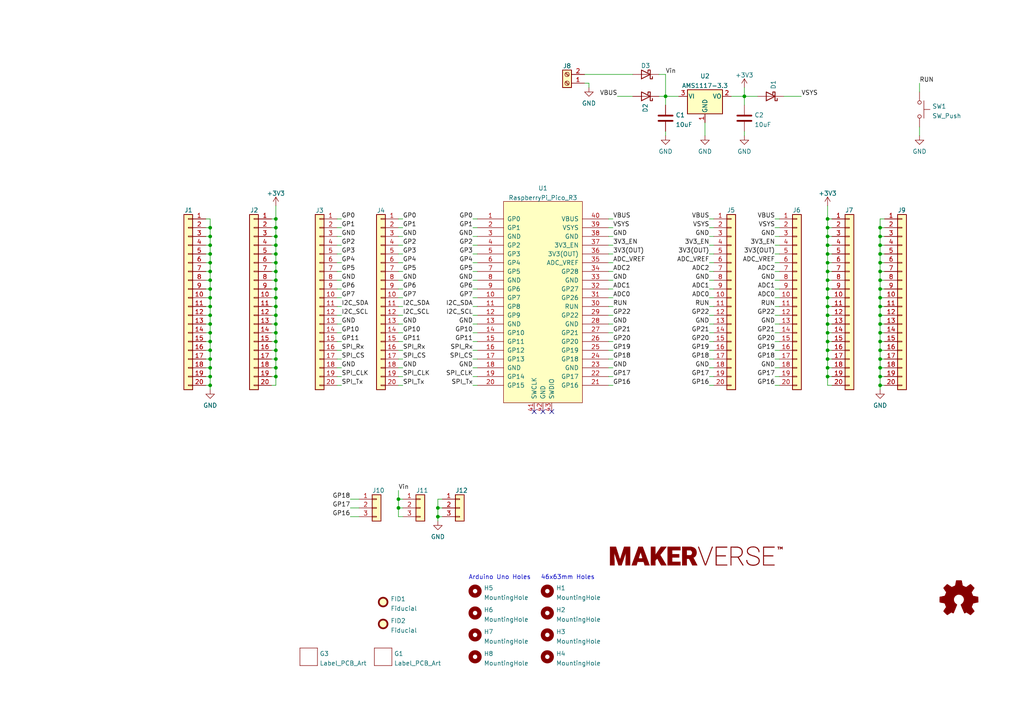
<source format=kicad_sch>
(kicad_sch (version 20211123) (generator eeschema)
  (paper "A4")
  (title_block (title "Makerverse Breakout Board for Raspberry Pi Pico") (date "2022-10-06") (rev "10") (company "Core Electronics") (comment 3 "Designed at Core Electronics by Brenton Schulz") (comment 4 "License: CCASAv4.0 http://creativecommons.org/licenses/by-sa/4.0"))
  (lib_symbols
    (symbol "Connector:Screw_Terminal_01x02" (pin_names (offset 1.016) hide)
      (property "Reference" "J2" (at 2.032 -0.3615 0))
      (property "Value" "Screw_Terminal_01x02" (at 2.032 -3.1366 0))
      (symbol "Screw_Terminal_01x02_1_1"
        (pin power_out line (at -5.08 0 0) (length 3.81) (name "Pin_1") (number "1"))
        (pin passive line (at -5.08 -2.54 0) (length 3.81) (name "Pin_2") (number "2"))
      )
    )
    (symbol "Connector_Generic:Conn_01x03" (pin_names (offset 1.016) hide)
      (property "Reference" "J" (at 0 5.08 0))
      (property "Value" "Conn_01x03" (at 0 -5.08 0))
      (symbol "Conn_01x03_1_1"
        (pin passive line (at -5.08 2.54 0) (length 3.81) (name "Pin_1") (number "1"))
        (pin passive line (at -5.08 0 0) (length 3.81) (name "Pin_2") (number "2"))
        (pin passive line (at -5.08 -2.54 0) (length 3.81) (name "Pin_3") (number "3"))
      )
    )
    (symbol "Connector_Generic:Conn_01x20" (pin_names (offset 1.016) hide)
      (property "Reference" "J" (at 0 25.4 0))
      (property "Value" "Conn_01x20" (at 0 -27.94 0))
      (symbol "Conn_01x20_1_1"
        (pin passive line (at -5.08 22.86 0) (length 3.81) (name "Pin_1") (number "1"))
        (pin passive line (at -5.08 0 0) (length 3.81) (name "Pin_10") (number "10"))
        (pin passive line (at -5.08 -2.54 0) (length 3.81) (name "Pin_11") (number "11"))
        (pin passive line (at -5.08 -5.08 0) (length 3.81) (name "Pin_12") (number "12"))
        (pin passive line (at -5.08 -7.62 0) (length 3.81) (name "Pin_13") (number "13"))
        (pin passive line (at -5.08 -10.16 0) (length 3.81) (name "Pin_14") (number "14"))
        (pin passive line (at -5.08 -12.7 0) (length 3.81) (name "Pin_15") (number "15"))
        (pin passive line (at -5.08 -15.24 0) (length 3.81) (name "Pin_16") (number "16"))
        (pin passive line (at -5.08 -17.78 0) (length 3.81) (name "Pin_17") (number "17"))
        (pin passive line (at -5.08 -20.32 0) (length 3.81) (name "Pin_18") (number "18"))
        (pin passive line (at -5.08 -22.86 0) (length 3.81) (name "Pin_19") (number "19"))
        (pin passive line (at -5.08 20.32 0) (length 3.81) (name "Pin_2") (number "2"))
        (pin passive line (at -5.08 -25.4 0) (length 3.81) (name "Pin_20") (number "20"))
        (pin passive line (at -5.08 17.78 0) (length 3.81) (name "Pin_3") (number "3"))
        (pin passive line (at -5.08 15.24 0) (length 3.81) (name "Pin_4") (number "4"))
        (pin passive line (at -5.08 12.7 0) (length 3.81) (name "Pin_5") (number "5"))
        (pin passive line (at -5.08 10.16 0) (length 3.81) (name "Pin_6") (number "6"))
        (pin passive line (at -5.08 7.62 0) (length 3.81) (name "Pin_7") (number "7"))
        (pin passive line (at -5.08 5.08 0) (length 3.81) (name "Pin_8") (number "8"))
        (pin passive line (at -5.08 2.54 0) (length 3.81) (name "Pin_9") (number "9"))
      )
    )
    (symbol "CoreElectronics_Artwork:LOGO_Makerverse" (pin_names (offset 1.016)))
    (symbol "CoreElectronics_Artwork:Label_PCB_Art" (pin_names (offset 1.016))
      (property "Reference" "G" (at 0 0 0))
      (property "Value" "Label_PCB_Art" (at 0 0 0))
    )
    (symbol "CoreElectronics_Components:RaspberryPi_Pico_R3" (pin_names (offset 1.016))
      (property "Reference" "U" (at -8.89 30.48 0))
      (property "Value" "RaspberryPi_Pico_R3" (at 0 -30.48 0))
      (symbol "RaspberryPi_Pico_R3_1_1"
        (pin bidirectional line (at -19.05 24.13 0) (length 7.62) (name "GP0") (number "1"))
        (pin bidirectional line (at -19.05 1.27 0) (length 7.62) (name "GP7") (number "10"))
        (pin bidirectional line (at -19.05 -1.27 0) (length 7.62) (name "GP8") (number "11"))
        (pin bidirectional line (at -19.05 -3.81 0) (length 7.62) (name "GP9") (number "12"))
        (pin power_in line (at -19.05 -6.35 0) (length 7.62) (name "GND") (number "13"))
        (pin bidirectional line (at -19.05 -8.89 0) (length 7.62) (name "GP10") (number "14"))
        (pin bidirectional line (at -19.05 -11.43 0) (length 7.62) (name "GP11") (number "15"))
        (pin bidirectional line (at -19.05 -13.97 0) (length 7.62) (name "GP12") (number "16"))
        (pin bidirectional line (at -19.05 -16.51 0) (length 7.62) (name "GP13") (number "17"))
        (pin power_in line (at -19.05 -19.05 0) (length 7.62) (name "GND") (number "18"))
        (pin bidirectional line (at -19.05 -21.59 0) (length 7.62) (name "GP14") (number "19"))
        (pin bidirectional line (at -19.05 21.59 0) (length 7.62) (name "GP1") (number "2"))
        (pin bidirectional line (at -19.05 -24.13 0) (length 7.62) (name "GP15") (number "20"))
        (pin bidirectional line (at 19.05 -24.13 180) (length 7.62) (name "GP16") (number "21"))
        (pin bidirectional line (at 19.05 -21.59 180) (length 7.62) (name "GP17") (number "22"))
        (pin power_in line (at 19.05 -19.05 180) (length 7.62) (name "GND") (number "23"))
        (pin bidirectional line (at 19.05 -16.51 180) (length 7.62) (name "GP18") (number "24"))
        (pin bidirectional line (at 19.05 -13.97 180) (length 7.62) (name "GP19") (number "25"))
        (pin bidirectional line (at 19.05 -11.43 180) (length 7.62) (name "GP20") (number "26"))
        (pin bidirectional line (at 19.05 -8.89 180) (length 7.62) (name "GP21") (number "27"))
        (pin bidirectional line (at 19.05 -6.35 180) (length 7.62) (name "GND") (number "28"))
        (pin bidirectional line (at 19.05 -3.81 180) (length 7.62) (name "GP22") (number "29"))
        (pin power_in line (at -19.05 19.05 0) (length 7.62) (name "GND") (number "3"))
        (pin input line (at 19.05 -1.27 180) (length 7.62) (name "RUN") (number "30"))
        (pin bidirectional line (at 19.05 1.27 180) (length 7.62) (name "GP26") (number "31"))
        (pin bidirectional line (at 19.05 3.81 180) (length 7.62) (name "GP27") (number "32"))
        (pin power_in line (at 19.05 6.35 180) (length 7.62) (name "GND") (number "33"))
        (pin bidirectional line (at 19.05 8.89 180) (length 7.62) (name "GP28") (number "34"))
        (pin input line (at 19.05 11.43 180) (length 7.62) (name "ADC_VREF") (number "35"))
        (pin power_out line (at 19.05 13.97 180) (length 7.62) (name "3V3(OUT)") (number "36"))
        (pin input line (at 19.05 16.51 180) (length 7.62) (name "3V3_EN") (number "37"))
        (pin power_in line (at 19.05 19.05 180) (length 7.62) (name "GND") (number "38"))
        (pin power_in line (at 19.05 21.59 180) (length 7.62) (name "VSYS") (number "39"))
        (pin bidirectional line (at -19.05 16.51 0) (length 7.62) (name "GP2") (number "4"))
        (pin power_out line (at 19.05 24.13 180) (length 7.62) (name "VBUS") (number "40"))
        (pin input line (at -2.54 -31.75 90) (length 2.54) (name "SWCLK") (number "41"))
        (pin power_in line (at 0 -31.75 90) (length 2.54) (name "GND") (number "42"))
        (pin bidirectional line (at 2.54 -31.75 90) (length 2.54) (name "SWDIO") (number "43"))
        (pin bidirectional line (at -19.05 13.97 0) (length 7.62) (name "GP3") (number "5"))
        (pin bidirectional line (at -19.05 11.43 0) (length 7.62) (name "GP4") (number "6"))
        (pin bidirectional line (at -19.05 8.89 0) (length 7.62) (name "GP5") (number "7"))
        (pin power_in line (at -19.05 6.35 0) (length 7.62) (name "GND") (number "8"))
        (pin bidirectional line (at -19.05 3.81 0) (length 7.62) (name "GP6") (number "9"))
      )
    )
    (symbol "Device:C" (pin_numbers hide) (pin_names (offset 0.254))
      (property "Reference" "C" (at 0.635 2.54 0))
      (property "Value" "C" (at 0.635 -2.54 0))
      (symbol "C_1_1"
        (pin passive line (at 0 3.81 270) (length 2.794) (name "~") (number "1"))
        (pin passive line (at 0 -3.81 90) (length 2.794) (name "~") (number "2"))
      )
    )
    (symbol "Device:D_Schottky" (pin_numbers hide) (pin_names (offset 1.016) hide)
      (property "Reference" "D" (at 0 2.54 0))
      (property "Value" "D_Schottky" (at 0 -2.54 0))
      (symbol "D_Schottky_1_1"
        (pin passive line (at -3.81 0 0) (length 2.54) (name "K") (number "1"))
        (pin passive line (at 3.81 0 180) (length 2.54) (name "A") (number "2"))
      )
    )
    (symbol "Graphic:Logo_Open_Hardware_Small" (pin_names (offset 1.016)))
    (symbol "Mechanical:Fiducial"
      (property "Reference" "FID" (at 0 5.08 0))
      (property "Value" "Fiducial" (at 0 3.175 0))
    )
    (symbol "Mechanical:MountingHole" (pin_names (offset 1.016))
      (property "Reference" "H" (at 0 5.08 0))
      (property "Value" "MountingHole" (at 0 3.175 0))
    )
    (symbol "Regulator_Linear:AMS1117-3.3" (pin_names (offset 0.254))
      (property "Reference" "U2" (at 0 5.8715 0))
      (property "Value" "AMS1117-3.3" (at 0 3.0964 0))
      (symbol "AMS1117-3.3_1_1"
        (pin power_out line (at 0 -7.62 90) (length 2.54) (name "GND") (number "1"))
        (pin power_out line (at 7.62 0 180) (length 2.54) (name "VO") (number "2"))
        (pin power_in line (at -7.62 0 0) (length 2.54) (name "VI") (number "3"))
      )
    )
    (symbol "Switch:SW_Push" (pin_numbers hide) (pin_names (offset 1.016) hide)
      (property "Reference" "SW" (at 1.27 2.54 0))
      (property "Value" "SW_Push" (at 0 -1.524 0))
      (symbol "SW_Push_0_1"
        (pin passive line (at -5.08 0 0) (length 2.54) (name "1") (number "1"))
        (pin passive line (at 5.08 0 180) (length 2.54) (name "2") (number "2"))
      )
    )
    (symbol "power:+3.3V" (power) (pin_names (offset 0))
      (property "Value" "+3.3V" (at 0 3.556 0))
      (symbol "+3.3V_1_1"
        (pin power_in line (at 0 0 90) (length 0) hide (name "+3V3") (number "1"))
      )
    )
    (symbol "power:GND" (power) (pin_names (offset 0))
      (property "Value" "GND" (at 0 -3.81 0))
      (symbol "GND_1_1"
        (pin power_in line (at 0 0 270) (length 0) hide (name "GND") (number "1"))
      )
    )
  )
  (junction (at 255.27 73.66))
  (junction (at 255.27 66.04))
  (junction (at 60.96 86.36))
  (junction (at 255.27 76.2))
  (junction (at 80.01 99.06))
  (junction (at 240.03 88.9))
  (junction (at 240.03 104.14))
  (junction (at 115.57 144.78))
  (junction (at 80.01 104.14))
  (junction (at 127 147.32))
  (junction (at 240.03 99.06))
  (junction (at 60.96 66.04))
  (junction (at 240.03 93.98))
  (junction (at 60.96 81.28))
  (junction (at 60.96 96.52))
  (junction (at 60.96 73.66))
  (junction (at 240.03 68.58))
  (junction (at 240.03 73.66))
  (junction (at 255.27 91.44))
  (junction (at 80.01 76.2))
  (junction (at 240.03 63.5))
  (junction (at 240.03 101.6))
  (junction (at 80.01 71.12))
  (junction (at 255.27 106.68))
  (junction (at 255.27 111.76))
  (junction (at 60.96 76.2))
  (junction (at 80.01 66.04))
  (junction (at 60.96 106.68))
  (junction (at 255.27 101.6))
  (junction (at 240.03 86.36))
  (junction (at 255.27 104.14))
  (junction (at 255.27 99.06))
  (junction (at 80.01 83.82))
  (junction (at 240.03 96.52))
  (junction (at 240.03 78.74))
  (junction (at 255.27 86.36))
  (junction (at 60.96 88.9))
  (junction (at 60.96 93.98))
  (junction (at 127 149.86))
  (junction (at 255.27 93.98))
  (junction (at 255.27 78.74))
  (junction (at 80.01 81.28))
  (junction (at 80.01 93.98))
  (junction (at 215.9 27.94))
  (junction (at 80.01 88.9))
  (junction (at 240.03 71.12))
  (junction (at 80.01 109.22))
  (junction (at 60.96 104.14))
  (junction (at 80.01 68.58))
  (junction (at 240.03 81.28))
  (junction (at 60.96 109.22))
  (junction (at 80.01 91.44))
  (junction (at 80.01 101.6))
  (junction (at 80.01 73.66))
  (junction (at 255.27 96.52))
  (junction (at 60.96 78.74))
  (junction (at 60.96 83.82))
  (junction (at 240.03 91.44))
  (junction (at 255.27 83.82))
  (junction (at 80.01 96.52))
  (junction (at 255.27 68.58))
  (junction (at 60.96 111.76))
  (junction (at 255.27 88.9))
  (junction (at 240.03 76.2))
  (junction (at 80.01 106.68))
  (junction (at 60.96 71.12))
  (junction (at 240.03 106.68))
  (junction (at 255.27 109.22))
  (junction (at 80.01 86.36))
  (junction (at 60.96 99.06))
  (junction (at 193.04 27.94))
  (junction (at 240.03 66.04))
  (junction (at 255.27 81.28))
  (junction (at 80.01 78.74))
  (junction (at 115.57 147.32))
  (junction (at 240.03 109.22))
  (junction (at 60.96 68.58))
  (junction (at 80.01 63.5))
  (junction (at 60.96 101.6))
  (junction (at 60.96 91.44))
  (junction (at 240.03 83.82))
  (junction (at 255.27 71.12))
  (no_connect (at 160.02 119.38))
  (no_connect (at 157.48 119.38))
  (no_connect (at 154.94 119.38))
  (wire (pts (xy 80.01 86.36) (xy 80.01 88.9)))
  (wire (pts (xy 176.53 88.9) (xy 177.8 88.9)))
  (wire (pts (xy 115.57 76.2) (xy 116.84 76.2)))
  (wire (pts (xy 205.74 81.28) (xy 207.01 81.28)))
  (wire (pts (xy 97.79 104.14) (xy 99.06 104.14)))
  (wire (pts (xy 266.7 36.83) (xy 266.7 39.37)))
  (wire (pts (xy 240.03 76.2) (xy 241.3 76.2)))
  (wire (pts (xy 255.27 104.14) (xy 255.27 101.6)))
  (wire (pts (xy 115.57 147.32) (xy 115.57 144.78)))
  (wire (pts (xy 255.27 96.52) (xy 255.27 93.98)))
  (wire (pts (xy 255.27 109.22) (xy 256.54 109.22)))
  (wire (pts (xy 240.03 106.68) (xy 240.03 109.22)))
  (wire (pts (xy 60.96 83.82) (xy 60.96 81.28)))
  (wire (pts (xy 224.79 86.36) (xy 226.06 86.36)))
  (wire (pts (xy 255.27 111.76) (xy 256.54 111.76)))
  (wire (pts (xy 60.96 68.58) (xy 59.69 68.58)))
  (wire (pts (xy 97.79 106.68) (xy 99.06 106.68)))
  (wire (pts (xy 60.96 68.58) (xy 60.96 66.04)))
  (wire (pts (xy 255.27 91.44) (xy 255.27 88.9)))
  (wire (pts (xy 255.27 71.12) (xy 256.54 71.12)))
  (wire (pts (xy 240.03 63.5) (xy 241.3 63.5)))
  (wire (pts (xy 60.96 78.74) (xy 59.69 78.74)))
  (wire (pts (xy 255.27 96.52) (xy 256.54 96.52)))
  (wire (pts (xy 137.16 81.28) (xy 138.43 81.28)))
  (wire (pts (xy 97.79 71.12) (xy 99.06 71.12)))
  (wire (pts (xy 60.96 101.6) (xy 59.69 101.6)))
  (wire (pts (xy 80.01 101.6) (xy 78.74 101.6)))
  (wire (pts (xy 255.27 88.9) (xy 255.27 86.36)))
  (wire (pts (xy 240.03 104.14) (xy 241.3 104.14)))
  (wire (pts (xy 137.16 78.74) (xy 138.43 78.74)))
  (wire (pts (xy 255.27 91.44) (xy 256.54 91.44)))
  (wire (pts (xy 240.03 78.74) (xy 241.3 78.74)))
  (wire (pts (xy 60.96 63.5) (xy 59.69 63.5)))
  (wire (pts (xy 137.16 73.66) (xy 138.43 73.66)))
  (wire (pts (xy 205.74 76.2) (xy 207.01 76.2)))
  (wire (pts (xy 224.79 109.22) (xy 226.06 109.22)))
  (wire (pts (xy 80.01 93.98) (xy 80.01 96.52)))
  (wire (pts (xy 115.57 99.06) (xy 116.84 99.06)))
  (wire (pts (xy 80.01 81.28) (xy 78.74 81.28)))
  (wire (pts (xy 127 147.32) (xy 127 144.78)))
  (wire (pts (xy 255.27 81.28) (xy 255.27 78.74)))
  (wire (pts (xy 115.57 109.22) (xy 116.84 109.22)))
  (wire (pts (xy 193.04 27.94) (xy 193.04 30.48)))
  (wire (pts (xy 97.79 63.5) (xy 99.06 63.5)))
  (wire (pts (xy 224.79 96.52) (xy 226.06 96.52)))
  (wire (pts (xy 60.96 104.14) (xy 59.69 104.14)))
  (wire (pts (xy 137.16 71.12) (xy 138.43 71.12)))
  (wire (pts (xy 97.79 76.2) (xy 99.06 76.2)))
  (wire (pts (xy 80.01 78.74) (xy 80.01 81.28)))
  (wire (pts (xy 97.79 111.76) (xy 99.06 111.76)))
  (wire (pts (xy 205.74 86.36) (xy 207.01 86.36)))
  (wire (pts (xy 193.04 38.1) (xy 193.04 39.37)))
  (wire (pts (xy 170.815 25.4) (xy 170.815 24.13)))
  (wire (pts (xy 176.53 68.58) (xy 177.8 68.58)))
  (wire (pts (xy 115.57 81.28) (xy 116.84 81.28)))
  (wire (pts (xy 115.57 111.76) (xy 116.84 111.76)))
  (wire (pts (xy 137.16 68.58) (xy 138.43 68.58)))
  (wire (pts (xy 240.03 66.04) (xy 240.03 68.58)))
  (wire (pts (xy 176.53 63.5) (xy 177.8 63.5)))
  (wire (pts (xy 240.03 109.22) (xy 241.3 109.22)))
  (wire (pts (xy 224.79 76.2) (xy 226.06 76.2)))
  (wire (pts (xy 224.79 71.12) (xy 226.06 71.12)))
  (wire (pts (xy 60.96 99.06) (xy 59.69 99.06)))
  (wire (pts (xy 115.57 66.04) (xy 116.84 66.04)))
  (wire (pts (xy 240.03 63.5) (xy 240.03 66.04)))
  (wire (pts (xy 255.27 86.36) (xy 256.54 86.36)))
  (wire (pts (xy 97.79 96.52) (xy 99.06 96.52)))
  (wire (pts (xy 60.96 96.52) (xy 60.96 93.98)))
  (wire (pts (xy 240.03 93.98) (xy 240.03 96.52)))
  (wire (pts (xy 97.79 88.9) (xy 99.06 88.9)))
  (wire (pts (xy 240.03 96.52) (xy 241.3 96.52)))
  (wire (pts (xy 240.03 93.98) (xy 241.3 93.98)))
  (wire (pts (xy 255.27 109.22) (xy 255.27 106.68)))
  (wire (pts (xy 80.01 71.12) (xy 78.74 71.12)))
  (wire (pts (xy 224.79 73.66) (xy 226.06 73.66)))
  (wire (pts (xy 115.57 88.9) (xy 116.84 88.9)))
  (wire (pts (xy 191.135 21.59) (xy 193.04 21.59)))
  (wire (pts (xy 255.27 93.98) (xy 255.27 91.44)))
  (wire (pts (xy 80.01 81.28) (xy 80.01 83.82)))
  (wire (pts (xy 255.27 104.14) (xy 256.54 104.14)))
  (wire (pts (xy 60.96 86.36) (xy 60.96 83.82)))
  (wire (pts (xy 240.03 83.82) (xy 241.3 83.82)))
  (wire (pts (xy 97.79 99.06) (xy 99.06 99.06)))
  (wire (pts (xy 240.03 99.06) (xy 241.3 99.06)))
  (wire (pts (xy 80.01 76.2) (xy 78.74 76.2)))
  (wire (pts (xy 224.79 93.98) (xy 226.06 93.98)))
  (wire (pts (xy 255.27 81.28) (xy 256.54 81.28)))
  (wire (pts (xy 80.01 96.52) (xy 80.01 99.06)))
  (wire (pts (xy 115.57 93.98) (xy 116.84 93.98)))
  (wire (pts (xy 137.16 86.36) (xy 138.43 86.36)))
  (wire (pts (xy 80.01 66.04) (xy 80.01 68.58)))
  (wire (pts (xy 176.53 83.82) (xy 177.8 83.82)))
  (wire (pts (xy 255.27 83.82) (xy 256.54 83.82)))
  (wire (pts (xy 240.03 68.58) (xy 241.3 68.58)))
  (wire (pts (xy 60.96 66.04) (xy 59.69 66.04)))
  (wire (pts (xy 176.53 106.68) (xy 177.8 106.68)))
  (wire (pts (xy 193.04 27.94) (xy 191.135 27.94)))
  (wire (pts (xy 60.96 81.28) (xy 60.96 78.74)))
  (wire (pts (xy 255.27 93.98) (xy 256.54 93.98)))
  (wire (pts (xy 215.9 27.94) (xy 219.71 27.94)))
  (wire (pts (xy 137.16 91.44) (xy 138.43 91.44)))
  (wire (pts (xy 80.01 96.52) (xy 78.74 96.52)))
  (wire (pts (xy 255.27 66.04) (xy 256.54 66.04)))
  (wire (pts (xy 60.96 81.28) (xy 59.69 81.28)))
  (wire (pts (xy 205.74 99.06) (xy 207.01 99.06)))
  (wire (pts (xy 176.53 81.28) (xy 177.8 81.28)))
  (wire (pts (xy 240.03 99.06) (xy 240.03 101.6)))
  (wire (pts (xy 240.03 86.36) (xy 241.3 86.36)))
  (wire (pts (xy 176.53 86.36) (xy 177.8 86.36)))
  (wire (pts (xy 60.96 109.22) (xy 59.69 109.22)))
  (wire (pts (xy 80.01 106.68) (xy 78.74 106.68)))
  (wire (pts (xy 80.01 68.58) (xy 78.74 68.58)))
  (wire (pts (xy 215.9 27.94) (xy 215.9 25.4)))
  (wire (pts (xy 240.03 109.22) (xy 240.03 111.76)))
  (wire (pts (xy 101.6 144.78) (xy 104.14 144.78)))
  (wire (pts (xy 224.79 81.28) (xy 226.06 81.28)))
  (wire (pts (xy 80.01 104.14) (xy 78.74 104.14)))
  (wire (pts (xy 115.57 147.32) (xy 116.84 147.32)))
  (wire (pts (xy 176.53 96.52) (xy 177.8 96.52)))
  (wire (pts (xy 115.57 73.66) (xy 116.84 73.66)))
  (wire (pts (xy 215.9 38.1) (xy 215.9 39.37)))
  (wire (pts (xy 240.03 91.44) (xy 241.3 91.44)))
  (wire (pts (xy 255.27 101.6) (xy 255.27 99.06)))
  (wire (pts (xy 240.03 71.12) (xy 241.3 71.12)))
  (wire (pts (xy 224.79 101.6) (xy 226.06 101.6)))
  (wire (pts (xy 60.96 111.76) (xy 59.69 111.76)))
  (wire (pts (xy 97.79 101.6) (xy 99.06 101.6)))
  (wire (pts (xy 115.57 63.5) (xy 116.84 63.5)))
  (wire (pts (xy 80.01 88.9) (xy 80.01 91.44)))
  (wire (pts (xy 60.96 106.68) (xy 59.69 106.68)))
  (wire (pts (xy 137.16 66.04) (xy 138.43 66.04)))
  (wire (pts (xy 176.53 104.14) (xy 177.8 104.14)))
  (wire (pts (xy 80.01 104.14) (xy 80.01 106.68)))
  (wire (pts (xy 80.01 83.82) (xy 78.74 83.82)))
  (wire (pts (xy 60.96 93.98) (xy 59.69 93.98)))
  (wire (pts (xy 137.16 109.22) (xy 138.43 109.22)))
  (wire (pts (xy 80.01 88.9) (xy 78.74 88.9)))
  (wire (pts (xy 240.03 101.6) (xy 240.03 104.14)))
  (wire (pts (xy 80.01 99.06) (xy 80.01 101.6)))
  (wire (pts (xy 116.84 149.86) (xy 115.57 149.86)))
  (wire (pts (xy 255.27 113.03) (xy 255.27 111.76)))
  (wire (pts (xy 60.96 73.66) (xy 60.96 71.12)))
  (wire (pts (xy 115.57 83.82) (xy 116.84 83.82)))
  (wire (pts (xy 224.79 104.14) (xy 226.06 104.14)))
  (wire (pts (xy 80.01 93.98) (xy 78.74 93.98)))
  (wire (pts (xy 205.74 106.68) (xy 207.01 106.68)))
  (wire (pts (xy 224.79 63.5) (xy 226.06 63.5)))
  (wire (pts (xy 80.01 109.22) (xy 80.01 111.76)))
  (wire (pts (xy 137.16 76.2) (xy 138.43 76.2)))
  (wire (pts (xy 266.7 24.13) (xy 266.7 26.67)))
  (wire (pts (xy 255.27 68.58) (xy 256.54 68.58)))
  (wire (pts (xy 137.16 104.14) (xy 138.43 104.14)))
  (wire (pts (xy 255.27 68.58) (xy 255.27 66.04)))
  (wire (pts (xy 224.79 66.04) (xy 226.06 66.04)))
  (wire (pts (xy 205.74 71.12) (xy 207.01 71.12)))
  (wire (pts (xy 240.03 73.66) (xy 241.3 73.66)))
  (wire (pts (xy 137.16 93.98) (xy 138.43 93.98)))
  (wire (pts (xy 80.01 101.6) (xy 80.01 104.14)))
  (wire (pts (xy 255.27 99.06) (xy 256.54 99.06)))
  (wire (pts (xy 255.27 78.74) (xy 255.27 76.2)))
  (wire (pts (xy 60.96 109.22) (xy 60.96 106.68)))
  (wire (pts (xy 212.09 27.94) (xy 215.9 27.94)))
  (wire (pts (xy 115.57 68.58) (xy 116.84 68.58)))
  (wire (pts (xy 224.79 91.44) (xy 226.06 91.44)))
  (wire (pts (xy 115.57 144.78) (xy 116.84 144.78)))
  (wire (pts (xy 205.74 111.76) (xy 207.01 111.76)))
  (wire (pts (xy 80.01 78.74) (xy 78.74 78.74)))
  (wire (pts (xy 137.16 88.9) (xy 138.43 88.9)))
  (wire (pts (xy 240.03 101.6) (xy 241.3 101.6)))
  (wire (pts (xy 80.01 83.82) (xy 80.01 86.36)))
  (wire (pts (xy 240.03 106.68) (xy 241.3 106.68)))
  (wire (pts (xy 169.545 21.59) (xy 183.515 21.59)))
  (wire (pts (xy 115.57 71.12) (xy 116.84 71.12)))
  (wire (pts (xy 60.96 111.76) (xy 60.96 109.22)))
  (wire (pts (xy 127 149.86) (xy 128.27 149.86)))
  (wire (pts (xy 115.57 104.14) (xy 116.84 104.14)))
  (wire (pts (xy 80.01 63.5) (xy 80.01 66.04)))
  (wire (pts (xy 176.53 73.66) (xy 177.8 73.66)))
  (wire (pts (xy 115.57 101.6) (xy 116.84 101.6)))
  (wire (pts (xy 80.01 106.68) (xy 80.01 109.22)))
  (wire (pts (xy 97.79 83.82) (xy 99.06 83.82)))
  (wire (pts (xy 205.74 91.44) (xy 207.01 91.44)))
  (wire (pts (xy 193.04 27.94) (xy 196.85 27.94)))
  (wire (pts (xy 115.57 91.44) (xy 116.84 91.44)))
  (wire (pts (xy 80.01 91.44) (xy 78.74 91.44)))
  (wire (pts (xy 97.79 109.22) (xy 99.06 109.22)))
  (wire (pts (xy 80.01 66.04) (xy 78.74 66.04)))
  (wire (pts (xy 176.53 76.2) (xy 177.8 76.2)))
  (wire (pts (xy 60.96 101.6) (xy 60.96 99.06)))
  (wire (pts (xy 240.03 86.36) (xy 240.03 88.9)))
  (wire (pts (xy 80.01 91.44) (xy 80.01 93.98)))
  (wire (pts (xy 60.96 99.06) (xy 60.96 96.52)))
  (wire (pts (xy 80.01 71.12) (xy 80.01 73.66)))
  (wire (pts (xy 78.74 111.76) (xy 80.01 111.76)))
  (wire (pts (xy 60.96 104.14) (xy 60.96 101.6)))
  (wire (pts (xy 255.27 76.2) (xy 255.27 73.66)))
  (wire (pts (xy 176.53 78.74) (xy 177.8 78.74)))
  (wire (pts (xy 97.79 68.58) (xy 99.06 68.58)))
  (wire (pts (xy 255.27 101.6) (xy 256.54 101.6)))
  (wire (pts (xy 60.96 76.2) (xy 60.96 73.66)))
  (wire (pts (xy 115.57 144.78) (xy 115.57 142.24)))
  (wire (pts (xy 60.96 93.98) (xy 60.96 91.44)))
  (wire (pts (xy 60.96 71.12) (xy 60.96 68.58)))
  (wire (pts (xy 255.27 78.74) (xy 256.54 78.74)))
  (wire (pts (xy 176.53 101.6) (xy 177.8 101.6)))
  (wire (pts (xy 80.01 76.2) (xy 80.01 78.74)))
  (wire (pts (xy 60.96 66.04) (xy 60.96 63.5)))
  (wire (pts (xy 127 147.32) (xy 128.27 147.32)))
  (wire (pts (xy 60.96 106.68) (xy 60.96 104.14)))
  (wire (pts (xy 240.03 81.28) (xy 241.3 81.28)))
  (wire (pts (xy 224.79 68.58) (xy 226.06 68.58)))
  (wire (pts (xy 205.74 63.5) (xy 207.01 63.5)))
  (wire (pts (xy 137.16 83.82) (xy 138.43 83.82)))
  (wire (pts (xy 80.01 73.66) (xy 80.01 76.2)))
  (wire (pts (xy 137.16 101.6) (xy 138.43 101.6)))
  (wire (pts (xy 240.03 76.2) (xy 240.03 78.74)))
  (wire (pts (xy 204.47 35.56) (xy 204.47 39.37)))
  (wire (pts (xy 60.96 88.9) (xy 59.69 88.9)))
  (wire (pts (xy 240.03 68.58) (xy 240.03 71.12)))
  (wire (pts (xy 101.6 147.32) (xy 104.14 147.32)))
  (wire (pts (xy 240.03 88.9) (xy 241.3 88.9)))
  (wire (pts (xy 176.53 99.06) (xy 177.8 99.06)))
  (wire (pts (xy 255.27 63.5) (xy 256.54 63.5)))
  (wire (pts (xy 60.96 113.03) (xy 60.96 111.76)))
  (wire (pts (xy 241.3 111.76) (xy 240.03 111.76)))
  (wire (pts (xy 224.79 78.74) (xy 226.06 78.74)))
  (wire (pts (xy 240.03 66.04) (xy 241.3 66.04)))
  (wire (pts (xy 176.53 71.12) (xy 177.8 71.12)))
  (wire (pts (xy 137.16 63.5) (xy 138.43 63.5)))
  (wire (pts (xy 176.53 93.98) (xy 177.8 93.98)))
  (wire (pts (xy 224.79 83.82) (xy 226.06 83.82)))
  (wire (pts (xy 205.74 78.74) (xy 207.01 78.74)))
  (wire (pts (xy 60.96 96.52) (xy 59.69 96.52)))
  (wire (pts (xy 193.04 21.59) (xy 193.04 27.94)))
  (wire (pts (xy 255.27 73.66) (xy 255.27 71.12)))
  (wire (pts (xy 240.03 73.66) (xy 240.03 76.2)))
  (wire (pts (xy 80.01 99.06) (xy 78.74 99.06)))
  (wire (pts (xy 240.03 96.52) (xy 240.03 99.06)))
  (wire (pts (xy 240.03 88.9) (xy 240.03 91.44)))
  (wire (pts (xy 60.96 83.82) (xy 59.69 83.82)))
  (wire (pts (xy 205.74 83.82) (xy 207.01 83.82)))
  (wire (pts (xy 176.53 111.76) (xy 177.8 111.76)))
  (wire (pts (xy 176.53 109.22) (xy 177.8 109.22)))
  (wire (pts (xy 205.74 68.58) (xy 207.01 68.58)))
  (wire (pts (xy 97.79 73.66) (xy 99.06 73.66)))
  (wire (pts (xy 60.96 88.9) (xy 60.96 86.36)))
  (wire (pts (xy 255.27 106.68) (xy 255.27 104.14)))
  (wire (pts (xy 224.79 106.68) (xy 226.06 106.68)))
  (wire (pts (xy 60.96 73.66) (xy 59.69 73.66)))
  (wire (pts (xy 255.27 73.66) (xy 256.54 73.66)))
  (wire (pts (xy 240.03 91.44) (xy 240.03 93.98)))
  (wire (pts (xy 137.16 99.06) (xy 138.43 99.06)))
  (wire (pts (xy 205.74 109.22) (xy 207.01 109.22)))
  (wire (pts (xy 97.79 66.04) (xy 99.06 66.04)))
  (wire (pts (xy 60.96 91.44) (xy 59.69 91.44)))
  (wire (pts (xy 255.27 111.76) (xy 255.27 109.22)))
  (wire (pts (xy 115.57 78.74) (xy 116.84 78.74)))
  (wire (pts (xy 227.33 27.94) (xy 232.41 27.94)))
  (wire (pts (xy 176.53 66.04) (xy 177.8 66.04)))
  (wire (pts (xy 205.74 101.6) (xy 207.01 101.6)))
  (wire (pts (xy 205.74 96.52) (xy 207.01 96.52)))
  (wire (pts (xy 80.01 86.36) (xy 78.74 86.36)))
  (wire (pts (xy 97.79 81.28) (xy 99.06 81.28)))
  (wire (pts (xy 205.74 88.9) (xy 207.01 88.9)))
  (wire (pts (xy 115.57 96.52) (xy 116.84 96.52)))
  (wire (pts (xy 80.01 73.66) (xy 78.74 73.66)))
  (wire (pts (xy 240.03 59.69) (xy 240.03 63.5)))
  (wire (pts (xy 127 151.13) (xy 127 149.86)))
  (wire (pts (xy 255.27 83.82) (xy 255.27 81.28)))
  (wire (pts (xy 224.79 88.9) (xy 226.06 88.9)))
  (wire (pts (xy 240.03 78.74) (xy 240.03 81.28)))
  (wire (pts (xy 127 149.86) (xy 127 147.32)))
  (wire (pts (xy 115.57 106.68) (xy 116.84 106.68)))
  (wire (pts (xy 255.27 76.2) (xy 256.54 76.2)))
  (wire (pts (xy 240.03 81.28) (xy 240.03 83.82)))
  (wire (pts (xy 205.74 73.66) (xy 207.01 73.66)))
  (wire (pts (xy 115.57 149.86) (xy 115.57 147.32)))
  (wire (pts (xy 176.53 91.44) (xy 177.8 91.44)))
  (wire (pts (xy 115.57 86.36) (xy 116.84 86.36)))
  (wire (pts (xy 80.01 59.69) (xy 80.01 63.5)))
  (wire (pts (xy 205.74 93.98) (xy 207.01 93.98)))
  (wire (pts (xy 60.96 86.36) (xy 59.69 86.36)))
  (wire (pts (xy 205.74 104.14) (xy 207.01 104.14)))
  (wire (pts (xy 60.96 78.74) (xy 60.96 76.2)))
  (wire (pts (xy 80.01 63.5) (xy 78.74 63.5)))
  (wire (pts (xy 137.16 106.68) (xy 138.43 106.68)))
  (wire (pts (xy 60.96 91.44) (xy 60.96 88.9)))
  (wire (pts (xy 205.74 66.04) (xy 207.01 66.04)))
  (wire (pts (xy 137.16 96.52) (xy 138.43 96.52)))
  (wire (pts (xy 97.79 93.98) (xy 99.06 93.98)))
  (wire (pts (xy 97.79 91.44) (xy 99.06 91.44)))
  (wire (pts (xy 224.79 111.76) (xy 226.06 111.76)))
  (wire (pts (xy 255.27 66.04) (xy 255.27 63.5)))
  (wire (pts (xy 240.03 104.14) (xy 240.03 106.68)))
  (wire (pts (xy 215.9 27.94) (xy 215.9 30.48)))
  (wire (pts (xy 240.03 71.12) (xy 240.03 73.66)))
  (wire (pts (xy 97.79 78.74) (xy 99.06 78.74)))
  (wire (pts (xy 183.515 27.94) (xy 179.07 27.94)))
  (wire (pts (xy 101.6 149.86) (xy 104.14 149.86)))
  (wire (pts (xy 80.01 68.58) (xy 80.01 71.12)))
  (wire (pts (xy 127 144.78) (xy 128.27 144.78)))
  (wire (pts (xy 255.27 99.06) (xy 255.27 96.52)))
  (wire (pts (xy 97.79 86.36) (xy 99.06 86.36)))
  (wire (pts (xy 137.16 111.76) (xy 138.43 111.76)))
  (wire (pts (xy 170.815 24.13) (xy 169.545 24.13)))
  (wire (pts (xy 60.96 71.12) (xy 59.69 71.12)))
  (wire (pts (xy 255.27 106.68) (xy 256.54 106.68)))
  (wire (pts (xy 255.27 88.9) (xy 256.54 88.9)))
  (wire (pts (xy 80.01 109.22) (xy 78.74 109.22)))
  (wire (pts (xy 240.03 83.82) (xy 240.03 86.36)))
  (wire (pts (xy 255.27 71.12) (xy 255.27 68.58)))
  (wire (pts (xy 255.27 86.36) (xy 255.27 83.82)))
  (wire (pts (xy 60.96 76.2) (xy 59.69 76.2)))
  (wire (pts (xy 224.79 99.06) (xy 226.06 99.06)))
  (text "Arduino Uno Holes" (at 135.89 168.275 0) (effects (font (size 1.27 1.27)) (justify left bottom)))
  (text "46x63mm Holes" (at 156.845 168.275 0) (effects (font (size 1.27 1.27)) (justify left bottom)))
  (label "ADC2" (at 224.79 78.74 180))
  (label "GND" (at 116.84 68.58 0))
  (label "GP20" (at 224.79 99.06 180))
  (label "SPI_Tx" (at 116.84 111.76 0))
  (label "ADC2" (at 177.8 78.74 0))
  (label "ADC1" (at 224.79 83.82 180))
  (label "GND" (at 116.84 106.68 0))
  (label "GP16" (at 101.6 149.86 180))
  (label "GP21" (at 224.79 96.52 180))
  (label "SPI_CS" (at 116.84 104.14 0))
  (label "GND" (at 177.8 93.98 0))
  (label "VSYS" (at 232.41 27.94 0))
  (label "GND" (at 224.79 68.58 180))
  (label "GP22" (at 224.79 91.44 180))
  (label "ADC_VREF" (at 224.79 76.2 180))
  (label "I2C_SCL" (at 137.16 91.44 180))
  (label "GP16" (at 224.79 111.76 180))
  (label "GND" (at 137.16 93.98 180))
  (label "GP6" (at 99.06 83.82 0))
  (label "GND" (at 99.06 93.98 0))
  (label "SPI_CLK" (at 99.06 109.22 0))
  (label "GP18" (at 101.6 144.78 180))
  (label "GP11" (at 99.06 99.06 0))
  (label "SPI_Tx" (at 99.06 111.76 0))
  (label "GP17" (at 101.6 147.32 180))
  (label "3V3(OUT)" (at 224.79 73.66 180))
  (label "GND" (at 177.8 106.68 0))
  (label "GND" (at 137.16 106.68 180))
  (label "SPI_Rx" (at 116.84 101.6 0))
  (label "GND" (at 137.16 81.28 180))
  (label "ADC0" (at 224.79 86.36 180))
  (label "GND" (at 224.79 93.98 180))
  (label "VBUS" (at 205.74 63.5 180))
  (label "GND" (at 116.84 81.28 0))
  (label "ADC2" (at 205.74 78.74 180))
  (label "GP11" (at 116.84 99.06 0))
  (label "GP2" (at 116.84 71.12 0))
  (label "GND" (at 177.8 81.28 0))
  (label "SPI_CLK" (at 137.16 109.22 180))
  (label "GND" (at 99.06 106.68 0))
  (label "Vin" (at 115.57 142.24 0))
  (label "SPI_Rx" (at 137.16 101.6 180))
  (label "GP5" (at 137.16 78.74 180))
  (label "GP17" (at 205.74 109.22 180))
  (label "GP4" (at 99.06 76.2 0))
  (label "GP2" (at 99.06 71.12 0))
  (label "GND" (at 224.79 81.28 180))
  (label "I2C_SDA" (at 99.06 88.9 0))
  (label "GP17" (at 224.79 109.22 180))
  (label "GP3" (at 137.16 73.66 180))
  (label "GP7" (at 137.16 86.36 180))
  (label "GP0" (at 99.06 63.5 0))
  (label "RUN" (at 266.7 24.13 0))
  (label "GND" (at 205.74 68.58 180))
  (label "GP10" (at 116.84 96.52 0))
  (label "GND" (at 205.74 93.98 180))
  (label "GP1" (at 99.06 66.04 0))
  (label "ADC1" (at 177.8 83.82 0))
  (label "GP10" (at 137.16 96.52 180))
  (label "3V3_EN" (at 177.8 71.12 0))
  (label "RUN" (at 205.74 88.9 180))
  (label "SPI_CLK" (at 116.84 109.22 0))
  (label "SPI_Rx" (at 99.06 101.6 0))
  (label "SPI_CS" (at 99.06 104.14 0))
  (label "ADC_VREF" (at 205.74 76.2 180))
  (label "ADC0" (at 177.8 86.36 0))
  (label "GP2" (at 137.16 71.12 180))
  (label "3V3(OUT)" (at 177.8 73.66 0))
  (label "GP20" (at 205.74 99.06 180))
  (label "VBUS" (at 224.79 63.5 180))
  (label "GND" (at 137.16 68.58 180))
  (label "GP22" (at 177.8 91.44 0))
  (label "GND" (at 224.79 106.68 180))
  (label "GND" (at 116.84 93.98 0))
  (label "GP19" (at 224.79 101.6 180))
  (label "VBUS" (at 177.8 63.5 0))
  (label "GP16" (at 177.8 111.76 0))
  (label "GP0" (at 137.16 63.5 180))
  (label "3V3_EN" (at 205.74 71.12 180))
  (label "RUN" (at 224.79 88.9 180))
  (label "SPI_CS" (at 137.16 104.14 180))
  (label "3V3(OUT)" (at 205.74 73.66 180))
  (label "RUN" (at 177.8 88.9 0))
  (label "GP19" (at 205.74 101.6 180))
  (label "GP7" (at 116.84 86.36 0))
  (label "GND" (at 177.8 68.58 0))
  (label "GP1" (at 137.16 66.04 180))
  (label "3V3_EN" (at 224.79 71.12 180))
  (label "GP6" (at 116.84 83.82 0))
  (label "GND" (at 99.06 68.58 0))
  (label "GP18" (at 224.79 104.14 180))
  (label "GP20" (at 177.8 99.06 0))
  (label "GP3" (at 99.06 73.66 0))
  (label "Vin" (at 193.04 21.59 0))
  (label "VSYS" (at 205.74 66.04 180))
  (label "VBUS" (at 179.07 27.94 180))
  (label "GP1" (at 116.84 66.04 0))
  (label "GP21" (at 177.8 96.52 0))
  (label "GP22" (at 205.74 91.44 180))
  (label "GP6" (at 137.16 83.82 180))
  (label "GP7" (at 99.06 86.36 0))
  (label "GND" (at 205.74 106.68 180))
  (label "GP5" (at 99.06 78.74 0))
  (label "GND" (at 205.74 81.28 180))
  (label "VSYS" (at 177.8 66.04 0))
  (label "GP18" (at 205.74 104.14 180))
  (label "I2C_SDA" (at 116.84 88.9 0))
  (label "GP21" (at 205.74 96.52 180))
  (label "GP18" (at 177.8 104.14 0))
  (label "GP11" (at 137.16 99.06 180))
  (label "GP10" (at 99.06 96.52 0))
  (label "ADC1" (at 205.74 83.82 180))
  (label "ADC0" (at 205.74 86.36 180))
  (label "I2C_SDA" (at 137.16 88.9 180))
  (label "VSYS" (at 224.79 66.04 180))
  (label "ADC_VREF" (at 177.8 76.2 0))
  (label "GP3" (at 116.84 73.66 0))
  (label "GP4" (at 116.84 76.2 0))
  (label "GP17" (at 177.8 109.22 0))
  (label "GP0" (at 116.84 63.5 0))
  (label "GP16" (at 205.74 111.76 180))
  (label "GP5" (at 116.84 78.74 0))
  (label "SPI_Tx" (at 137.16 111.76 180))
  (label "I2C_SCL" (at 99.06 91.44 0))
  (label "I2C_SCL" (at 116.84 91.44 0))
  (label "GND" (at 99.06 81.28 0))
  (label "GP19" (at 177.8 101.6 0))
  (label "GP4" (at 137.16 76.2 180))
  (symbol (lib_id "Mechanical:MountingHole") (at 158.75 184.15 0) (unit 1)
    (property "Reference" "H3" (at 161.29 183.2415 0) (effects (justify left)))
    (property "Value" "MountingHole" (at 161.29 186.0166 0) (effects (justify left)))
    (property "Footprint" "MountingHole:MountingHole_3.2mm_M3" (effects hide))
  )
  (symbol (lib_id "power:GND") (at 255.27 113.03 0) (unit 1)
    (property "Reference" "#PWR0104" (effects hide))
    (property "Value" "GND" (at 255.27 117.5925 0))
  )
  (symbol (lib_id "Connector_Generic:Conn_01x03") (at 133.35 147.32 0) (unit 1)
    (property "Reference" "J12" (at 132.08 142.24 0) (effects (justify left)))
    (property "Value" "Conn_01x03" (effects hide))
    (property "Footprint" "CoreElectronics_Components:PinHeader_1x03_P2.54mm_Vertical-Large-Pads" (effects hide))
  )
  (symbol (lib_id "Device:D_Schottky") (at 187.325 27.94 180) (unit 1)
    (property "Reference" "D2" (at 187.1635 29.972 90) (effects (justify left)))
    (property "Value" "D_Schottky" (effects hide))
    (property "Footprint" "Diode_SMD:D_SMA" (effects hide))
  )
  (symbol (lib_id "Device:D_Schottky") (at 223.52 27.94 180) (unit 1)
    (property "Reference" "D1" (at 224.3165 25.908 90) (effects (justify right)))
    (property "Value" "D_Schottky" (effects hide))
    (property "Footprint" "Diode_SMD:D_SMA" (effects hide))
  )
  (symbol (lib_id "power:GND") (at 127 151.13 0) (unit 1)
    (property "Reference" "#PWR0114" (effects hide))
    (property "Value" "GND" (at 127 155.6925 0))
  )
  (symbol (lib_id "power:GND") (at 204.47 39.37 0) (unit 1)
    (property "Reference" "#PWR0109" (effects hide))
    (property "Value" "GND" (at 204.47 43.9325 0))
  )
  (symbol (lib_id "Connector_Generic:Conn_01x20") (at 110.49 86.36 0) (mirror y) (unit 1)
    (property "Reference" "J4" (at 110.49 61.0385 0))
    (property "Value" "Conn_01x20" (effects hide))
    (property "Footprint" "CoreElectronics_Components:PinSocket_1x20_P2.54mm_Vertical-Large-Pads" (effects hide))
  )
  (symbol (lib_id "Connector_Generic:Conn_01x20") (at 246.38 86.36 0) (unit 1)
    (property "Reference" "J7" (at 245.11 60.96 0) (effects (justify left)))
    (property "Value" "Conn_01x20" (effects hide))
    (property "Footprint" "CoreElectronics_Components:PinSocket_1x20_P2.54mm_Vertical-Large-Pads" (effects hide))
  )
  (symbol (lib_id "Connector_Generic:Conn_01x20") (at 212.09 86.36 0) (unit 1)
    (property "Reference" "J5" (at 210.82 60.96 0) (effects (justify left)))
    (property "Value" "Conn_01x20" (effects hide))
    (property "Footprint" "CoreElectronics_Components:PinSocket_1x20_P2.54mm_Vertical-Large-Pads" (effects hide))
  )
  (symbol (lib_id "Connector_Generic:Conn_01x20") (at 231.14 86.36 0) (unit 1)
    (property "Reference" "J6" (at 229.87 60.96 0) (effects (justify left)))
    (property "Value" "Conn_01x20" (effects hide))
    (property "Footprint" "CoreElectronics_Components:PinSocket_1x20_P2.54mm_Vertical-Large-Pads" (effects hide))
  )
  (symbol (lib_id "CoreElectronics_Artwork:Label_PCB_Art") (at 89.535 190.5 0) (unit 1)
    (property "Reference" "G3" (at 92.71 189.5915 0) (effects (justify left)))
    (property "Value" "Label_PCB_Art" (at 92.71 192.3666 0) (effects (justify left)))
    (property "Footprint" "lib:usb_ico" (effects hide))
  )
  (symbol (lib_id "power:GND") (at 215.9 39.37 0) (unit 1)
    (property "Reference" "#PWR0110" (effects hide))
    (property "Value" "GND" (at 215.9 43.9325 0))
  )
  (symbol (lib_id "Connector_Generic:Conn_01x03") (at 109.22 147.32 0) (unit 1)
    (property "Reference" "J10" (at 107.95 142.24 0) (effects (justify left)))
    (property "Value" "Conn_01x03" (effects hide))
    (property "Footprint" "CoreElectronics_Components:PinHeader_1x03_P2.54mm_Vertical-Large-Pads" (effects hide))
  )
  (symbol (lib_id "power:GND") (at 170.815 25.4 0) (mirror y) (unit 1)
    (property "Reference" "#PWR0106" (effects hide))
    (property "Value" "GND" (at 170.815 29.9625 0))
  )
  (symbol (lib_id "Mechanical:MountingHole") (at 158.75 177.8 0) (unit 1)
    (property "Reference" "H2" (at 161.29 176.8915 0) (effects (justify left)))
    (property "Value" "MountingHole" (at 161.29 179.6666 0) (effects (justify left)))
    (property "Footprint" "MountingHole:MountingHole_3.2mm_M3" (effects hide))
  )
  (symbol (lib_id "power:+3.3V") (at 240.03 59.69 0) (unit 1)
    (property "Reference" "#PWR0115" (effects hide))
    (property "Value" "+3.3V" (at 240.03 56.0855 0))
  )
  (symbol (lib_id "power:GND") (at 266.7 39.37 0) (unit 1)
    (property "Reference" "#PWR0113" (effects hide))
    (property "Value" "GND" (at 266.7 43.9325 0))
  )
  (symbol (lib_id "Connector_Generic:Conn_01x20") (at 73.66 86.36 0) (mirror y) (unit 1)
    (property "Reference" "J2" (at 74.93 60.96 0) (effects (justify left)))
    (property "Value" "Conn_01x20" (effects hide))
    (property "Footprint" "CoreElectronics_Components:PinSocket_1x20_P2.54mm_Vertical-Large-Pads" (effects hide))
  )
  (symbol (lib_id "power:GND") (at 193.04 39.37 0) (unit 1)
    (property "Reference" "#PWR0108" (effects hide))
    (property "Value" "GND" (at 193.04 43.9325 0))
  )
  (symbol (lib_id "Device:C") (at 193.04 34.29 0) (unit 1)
    (property "Reference" "C1" (at 195.961 33.3815 0) (effects (justify left)))
    (property "Value" "10uF" (at 195.961 36.1566 0) (effects (justify left)))
    (property "Footprint" "Capacitor_SMD:C_0603_1608Metric" (effects hide))
  )
  (symbol (lib_id "CoreElectronics_Artwork:LOGO_Makerverse") (at 201.93 161.29 0) (unit 1)
    (property "Reference" "G2" (effects hide))
    (property "Value" "LOGO_Makerverse" (effects hide))
    (property "Footprint" "CoreElectronics_Artwork:makerverse_logo_35.8x4.2mm" (effects hide))
  )
  (symbol (lib_id "Device:D_Schottky") (at 187.325 21.59 180) (unit 1)
    (property "Reference" "D3" (at 188.595 19.05 0) (effects (justify left)))
    (property "Value" "D_Schottky" (effects hide))
    (property "Footprint" "Diode_SMD:D_SMA" (effects hide))
  )
  (symbol (lib_id "Mechanical:Fiducial") (at 111.125 174.625 0) (unit 1)
    (property "Reference" "FID1" (at 113.284 173.7165 0) (effects (justify left)))
    (property "Value" "Fiducial" (at 113.284 176.4916 0) (effects (justify left)))
    (property "Footprint" "Fiducial:Fiducial_1mm_Mask2mm" (effects hide))
  )
  (symbol (lib_id "Connector_Generic:Conn_01x03") (at 121.92 147.32 0) (unit 1)
    (property "Reference" "J11" (at 120.65 142.24 0) (effects (justify left)))
    (property "Value" "Conn_01x03" (effects hide))
    (property "Footprint" "CoreElectronics_Components:PinHeader_1x03_P2.54mm_Vertical-Large-Pads" (effects hide))
  )
  (symbol (lib_id "Switch:SW_Push") (at 266.7 31.75 270) (unit 1)
    (property "Reference" "SW1" (at 270.383 30.8415 90) (effects (justify left)))
    (property "Value" "SW_Push" (at 270.383 33.6166 90) (effects (justify left)))
    (property "Footprint" "CoreElectronics_Components:SW_Tactile_5x5" (effects hide))
  )
  (symbol (lib_id "Mechanical:MountingHole") (at 137.795 184.15 0) (unit 1)
    (property "Reference" "H7" (at 140.335 183.2415 0) (effects (justify left)))
    (property "Value" "MountingHole" (at 140.335 186.0166 0) (effects (justify left)))
    (property "Footprint" "MountingHole:MountingHole_3.2mm_M3" (effects hide))
  )
  (symbol (lib_id "power:+3.3V") (at 215.9 25.4 0) (unit 1)
    (property "Reference" "#PWR0111" (effects hide))
    (property "Value" "+3.3V" (at 215.9 21.7955 0))
  )
  (symbol (lib_id "Regulator_Linear:AMS1117-3.3") (at 204.47 27.94 0) (unit 1)
    (property "Reference" "U2" (at 204.47 22.0685 0))
    (property "Value" "AMS1117-3.3" (at 204.47 24.8436 0))
    (property "Footprint" "Package_TO_SOT_SMD:SOT-89-3" (effects hide))
    (property "Datasheet" "http://www.advanced-monolithic.com/pdf/ds1117.pdf" (effects hide))
  )
  (symbol (lib_id "Device:C") (at 215.9 34.29 0) (unit 1)
    (property "Reference" "C2" (at 218.821 33.3815 0) (effects (justify left)))
    (property "Value" "10uF" (at 218.821 36.1566 0) (effects (justify left)))
    (property "Footprint" "Capacitor_SMD:C_0603_1608Metric" (effects hide))
  )
  (symbol (lib_id "Connector_Generic:Conn_01x20") (at 261.62 86.36 0) (unit 1)
    (property "Reference" "J9" (at 260.35 60.96 0) (effects (justify left)))
    (property "Value" "Conn_01x20" (effects hide))
    (property "Footprint" "CoreElectronics_Components:PinSocket_1x20_P2.54mm_Vertical-Large-Pads" (effects hide))
  )
  (symbol (lib_id "power:GND") (at 60.96 113.03 0) (mirror y) (unit 1)
    (property "Reference" "#PWR0101" (effects hide))
    (property "Value" "GND" (at 60.96 117.5925 0))
  )
  (symbol (lib_id "Connector:Screw_Terminal_01x02") (at 164.465 24.13 180) (unit 1)
    (property "Reference" "J8" (at 164.465 19.1285 0))
    (property "Value" "Screw_Terminal_01x02" (effects hide))
    (property "Footprint" "CoreElectronics_Components:Screw-Terminal-2_P5.00mm" (effects hide))
  )
  (symbol (lib_id "Mechanical:MountingHole") (at 137.795 190.5 0) (unit 1)
    (property "Reference" "H8" (at 140.335 189.5915 0) (effects (justify left)))
    (property "Value" "MountingHole" (at 140.335 192.3666 0) (effects (justify left)))
    (property "Footprint" "MountingHole:MountingHole_3.2mm_M3" (effects hide))
  )
  (symbol (lib_id "Mechanical:Fiducial") (at 111.125 180.975 0) (unit 1)
    (property "Reference" "FID2" (at 113.284 180.0665 0) (effects (justify left)))
    (property "Value" "Fiducial" (at 113.284 182.8416 0) (effects (justify left)))
    (property "Footprint" "Fiducial:Fiducial_1mm_Mask2mm" (effects hide))
  )
  (symbol (lib_id "Graphic:Logo_Open_Hardware_Small") (at 278.13 173.99 0) (unit 1)
    (property "Reference" "LOGO1" (effects hide))
    (property "Value" "Logo_Open_Hardware_Small" (effects hide))
    (property "Footprint" "CoreElectronics_Artwork:oshw_3.9x3.5mm" (effects hide))
  )
  (symbol (lib_id "Connector_Generic:Conn_01x20") (at 54.61 86.36 0) (mirror y) (unit 1)
    (property "Reference" "J1" (at 55.88 60.96 0) (effects (justify left)))
    (property "Value" "Conn_01x20" (effects hide))
    (property "Footprint" "CoreElectronics_Components:PinSocket_1x20_P2.54mm_Vertical-Large-Pads" (effects hide))
  )
  (symbol (lib_id "Mechanical:MountingHole") (at 137.795 177.8 0) (unit 1)
    (property "Reference" "H6" (at 140.335 176.8915 0) (effects (justify left)))
    (property "Value" "MountingHole" (at 140.335 179.6666 0) (effects (justify left)))
    (property "Footprint" "MountingHole:MountingHole_3.2mm_M3" (effects hide))
  )
  (symbol (lib_id "Mechanical:MountingHole") (at 137.795 171.45 0) (unit 1)
    (property "Reference" "H5" (at 140.335 170.5415 0) (effects (justify left)))
    (property "Value" "MountingHole" (at 140.335 173.3166 0) (effects (justify left)))
    (property "Footprint" "MountingHole:MountingHole_3.2mm_M3" (effects hide))
  )
  (symbol (lib_id "Connector_Generic:Conn_01x20") (at 92.71 86.36 0) (mirror y) (unit 1)
    (property "Reference" "J3" (at 92.71 61.0385 0))
    (property "Value" "Conn_01x20" (effects hide))
    (property "Footprint" "CoreElectronics_Components:PinSocket_1x20_P2.54mm_Vertical-Large-Pads" (effects hide))
  )
  (symbol (lib_id "CoreElectronics_Components:RaspberryPi_Pico_R3") (at 157.48 87.63 0) (unit 1)
    (property "Reference" "U1" (at 157.48 54.5805 0))
    (property "Value" "RaspberryPi_Pico_R3" (at 157.48 57.3556 0))
  )
  (symbol (lib_id "Mechanical:MountingHole") (at 158.75 171.45 0) (unit 1)
    (property "Reference" "H1" (at 161.29 170.5415 0) (effects (justify left)))
    (property "Value" "MountingHole" (at 161.29 173.3166 0) (effects (justify left)))
    (property "Footprint" "MountingHole:MountingHole_3.2mm_M3" (effects hide))
  )
  (symbol (lib_id "Mechanical:MountingHole") (at 158.75 190.5 0) (unit 1)
    (property "Reference" "H4" (at 161.29 189.5915 0) (effects (justify left)))
    (property "Value" "MountingHole" (at 161.29 192.3666 0) (effects (justify left)))
    (property "Footprint" "MountingHole:MountingHole_3.2mm_M3" (effects hide))
  )
  (symbol (lib_id "power:+3.3V") (at 80.01 59.69 0) (unit 1)
    (property "Reference" "#PWR0102" (effects hide))
    (property "Value" "+3.3V" (at 80.01 56.0855 0))
  )
  (symbol (lib_id "CoreElectronics_Artwork:Label_PCB_Art") (at 111.125 190.5 0) (unit 1)
    (property "Reference" "G1" (at 114.3 189.5915 0) (effects (justify left)))
    (property "Value" "Label_PCB_Art" (at 114.3 192.3666 0) (effects (justify left)))
    (property "Footprint" "lib:CE08491" (effects hide))
  )
)
</source>
